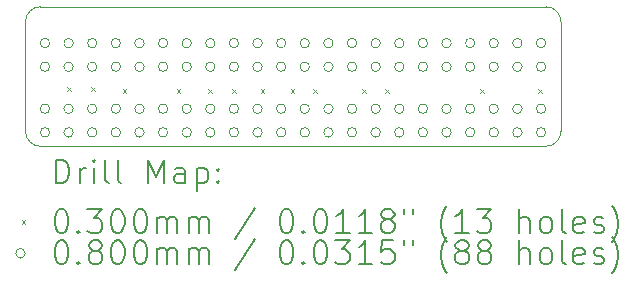
<source format=gbr>
%TF.GenerationSoftware,KiCad,Pcbnew,9.0.0*%
%TF.CreationDate,2025-06-08T16:33:55+02:00*%
%TF.ProjectId,ideswap,69646573-7761-4702-9e6b-696361645f70,A0*%
%TF.SameCoordinates,Original*%
%TF.FileFunction,Drillmap*%
%TF.FilePolarity,Positive*%
%FSLAX45Y45*%
G04 Gerber Fmt 4.5, Leading zero omitted, Abs format (unit mm)*
G04 Created by KiCad (PCBNEW 9.0.0) date 2025-06-08 16:33:55*
%MOMM*%
%LPD*%
G01*
G04 APERTURE LIST*
%ADD10C,0.050000*%
%ADD11C,0.200000*%
%ADD12C,0.100000*%
G04 APERTURE END LIST*
D10*
X7073900Y-4864100D02*
X7073900Y-3937000D01*
X7200900Y-3810000D02*
X11480800Y-3810000D01*
X7200900Y-4991100D02*
G75*
G02*
X7073900Y-4864100I0J127000D01*
G01*
X11480800Y-4991100D02*
X7200900Y-4991100D01*
X11607800Y-3937000D02*
X11607800Y-4864100D01*
X11607800Y-4864100D02*
G75*
G02*
X11480800Y-4991100I-127000J0D01*
G01*
X7073900Y-3937000D02*
G75*
G02*
X7200900Y-3810000I127000J0D01*
G01*
X11480800Y-3810000D02*
G75*
G02*
X11607800Y-3937000I0J-127000D01*
G01*
D11*
D12*
X7427200Y-4493500D02*
X7457200Y-4523500D01*
X7457200Y-4493500D02*
X7427200Y-4523500D01*
X7630400Y-4493500D02*
X7660400Y-4523500D01*
X7660400Y-4493500D02*
X7630400Y-4523500D01*
X7897100Y-4506200D02*
X7927100Y-4536200D01*
X7927100Y-4506200D02*
X7897100Y-4536200D01*
X8354300Y-4506200D02*
X8384300Y-4536200D01*
X8384300Y-4506200D02*
X8354300Y-4536200D01*
X8621000Y-4506200D02*
X8651000Y-4536200D01*
X8651000Y-4506200D02*
X8621000Y-4536200D01*
X8824200Y-4506200D02*
X8854200Y-4536200D01*
X8854200Y-4506200D02*
X8824200Y-4536200D01*
X9065500Y-4506200D02*
X9095500Y-4536200D01*
X9095500Y-4506200D02*
X9065500Y-4536200D01*
X9319500Y-4506200D02*
X9349500Y-4536200D01*
X9349500Y-4506200D02*
X9319500Y-4536200D01*
X9510000Y-4506200D02*
X9540000Y-4536200D01*
X9540000Y-4506200D02*
X9510000Y-4536200D01*
X9924020Y-4506200D02*
X9954020Y-4536200D01*
X9954020Y-4506200D02*
X9924020Y-4536200D01*
X10119600Y-4506200D02*
X10149600Y-4536200D01*
X10149600Y-4506200D02*
X10119600Y-4536200D01*
X10922240Y-4506200D02*
X10952240Y-4536200D01*
X10952240Y-4506200D02*
X10922240Y-4536200D01*
X11415000Y-4506200D02*
X11445000Y-4536200D01*
X11445000Y-4506200D02*
X11415000Y-4536200D01*
X7279000Y-4118000D02*
G75*
G02*
X7199000Y-4118000I-40000J0D01*
G01*
X7199000Y-4118000D02*
G75*
G02*
X7279000Y-4118000I40000J0D01*
G01*
X7279000Y-4318000D02*
G75*
G02*
X7199000Y-4318000I-40000J0D01*
G01*
X7199000Y-4318000D02*
G75*
G02*
X7279000Y-4318000I40000J0D01*
G01*
X7279000Y-4673600D02*
G75*
G02*
X7199000Y-4673600I-40000J0D01*
G01*
X7199000Y-4673600D02*
G75*
G02*
X7279000Y-4673600I40000J0D01*
G01*
X7279000Y-4873600D02*
G75*
G02*
X7199000Y-4873600I-40000J0D01*
G01*
X7199000Y-4873600D02*
G75*
G02*
X7279000Y-4873600I40000J0D01*
G01*
X7479000Y-4118000D02*
G75*
G02*
X7399000Y-4118000I-40000J0D01*
G01*
X7399000Y-4118000D02*
G75*
G02*
X7479000Y-4118000I40000J0D01*
G01*
X7479000Y-4318000D02*
G75*
G02*
X7399000Y-4318000I-40000J0D01*
G01*
X7399000Y-4318000D02*
G75*
G02*
X7479000Y-4318000I40000J0D01*
G01*
X7479000Y-4673600D02*
G75*
G02*
X7399000Y-4673600I-40000J0D01*
G01*
X7399000Y-4673600D02*
G75*
G02*
X7479000Y-4673600I40000J0D01*
G01*
X7479000Y-4873600D02*
G75*
G02*
X7399000Y-4873600I-40000J0D01*
G01*
X7399000Y-4873600D02*
G75*
G02*
X7479000Y-4873600I40000J0D01*
G01*
X7679000Y-4118000D02*
G75*
G02*
X7599000Y-4118000I-40000J0D01*
G01*
X7599000Y-4118000D02*
G75*
G02*
X7679000Y-4118000I40000J0D01*
G01*
X7679000Y-4318000D02*
G75*
G02*
X7599000Y-4318000I-40000J0D01*
G01*
X7599000Y-4318000D02*
G75*
G02*
X7679000Y-4318000I40000J0D01*
G01*
X7679000Y-4673600D02*
G75*
G02*
X7599000Y-4673600I-40000J0D01*
G01*
X7599000Y-4673600D02*
G75*
G02*
X7679000Y-4673600I40000J0D01*
G01*
X7679000Y-4873600D02*
G75*
G02*
X7599000Y-4873600I-40000J0D01*
G01*
X7599000Y-4873600D02*
G75*
G02*
X7679000Y-4873600I40000J0D01*
G01*
X7879000Y-4118000D02*
G75*
G02*
X7799000Y-4118000I-40000J0D01*
G01*
X7799000Y-4118000D02*
G75*
G02*
X7879000Y-4118000I40000J0D01*
G01*
X7879000Y-4318000D02*
G75*
G02*
X7799000Y-4318000I-40000J0D01*
G01*
X7799000Y-4318000D02*
G75*
G02*
X7879000Y-4318000I40000J0D01*
G01*
X7879000Y-4673600D02*
G75*
G02*
X7799000Y-4673600I-40000J0D01*
G01*
X7799000Y-4673600D02*
G75*
G02*
X7879000Y-4673600I40000J0D01*
G01*
X7879000Y-4873600D02*
G75*
G02*
X7799000Y-4873600I-40000J0D01*
G01*
X7799000Y-4873600D02*
G75*
G02*
X7879000Y-4873600I40000J0D01*
G01*
X8079000Y-4118000D02*
G75*
G02*
X7999000Y-4118000I-40000J0D01*
G01*
X7999000Y-4118000D02*
G75*
G02*
X8079000Y-4118000I40000J0D01*
G01*
X8079000Y-4318000D02*
G75*
G02*
X7999000Y-4318000I-40000J0D01*
G01*
X7999000Y-4318000D02*
G75*
G02*
X8079000Y-4318000I40000J0D01*
G01*
X8079000Y-4673600D02*
G75*
G02*
X7999000Y-4673600I-40000J0D01*
G01*
X7999000Y-4673600D02*
G75*
G02*
X8079000Y-4673600I40000J0D01*
G01*
X8079000Y-4873600D02*
G75*
G02*
X7999000Y-4873600I-40000J0D01*
G01*
X7999000Y-4873600D02*
G75*
G02*
X8079000Y-4873600I40000J0D01*
G01*
X8279000Y-4118000D02*
G75*
G02*
X8199000Y-4118000I-40000J0D01*
G01*
X8199000Y-4118000D02*
G75*
G02*
X8279000Y-4118000I40000J0D01*
G01*
X8279000Y-4318000D02*
G75*
G02*
X8199000Y-4318000I-40000J0D01*
G01*
X8199000Y-4318000D02*
G75*
G02*
X8279000Y-4318000I40000J0D01*
G01*
X8279000Y-4673600D02*
G75*
G02*
X8199000Y-4673600I-40000J0D01*
G01*
X8199000Y-4673600D02*
G75*
G02*
X8279000Y-4673600I40000J0D01*
G01*
X8279000Y-4873600D02*
G75*
G02*
X8199000Y-4873600I-40000J0D01*
G01*
X8199000Y-4873600D02*
G75*
G02*
X8279000Y-4873600I40000J0D01*
G01*
X8479000Y-4118000D02*
G75*
G02*
X8399000Y-4118000I-40000J0D01*
G01*
X8399000Y-4118000D02*
G75*
G02*
X8479000Y-4118000I40000J0D01*
G01*
X8479000Y-4318000D02*
G75*
G02*
X8399000Y-4318000I-40000J0D01*
G01*
X8399000Y-4318000D02*
G75*
G02*
X8479000Y-4318000I40000J0D01*
G01*
X8479000Y-4673600D02*
G75*
G02*
X8399000Y-4673600I-40000J0D01*
G01*
X8399000Y-4673600D02*
G75*
G02*
X8479000Y-4673600I40000J0D01*
G01*
X8479000Y-4873600D02*
G75*
G02*
X8399000Y-4873600I-40000J0D01*
G01*
X8399000Y-4873600D02*
G75*
G02*
X8479000Y-4873600I40000J0D01*
G01*
X8679000Y-4118000D02*
G75*
G02*
X8599000Y-4118000I-40000J0D01*
G01*
X8599000Y-4118000D02*
G75*
G02*
X8679000Y-4118000I40000J0D01*
G01*
X8679000Y-4318000D02*
G75*
G02*
X8599000Y-4318000I-40000J0D01*
G01*
X8599000Y-4318000D02*
G75*
G02*
X8679000Y-4318000I40000J0D01*
G01*
X8679000Y-4673600D02*
G75*
G02*
X8599000Y-4673600I-40000J0D01*
G01*
X8599000Y-4673600D02*
G75*
G02*
X8679000Y-4673600I40000J0D01*
G01*
X8679000Y-4873600D02*
G75*
G02*
X8599000Y-4873600I-40000J0D01*
G01*
X8599000Y-4873600D02*
G75*
G02*
X8679000Y-4873600I40000J0D01*
G01*
X8879000Y-4118000D02*
G75*
G02*
X8799000Y-4118000I-40000J0D01*
G01*
X8799000Y-4118000D02*
G75*
G02*
X8879000Y-4118000I40000J0D01*
G01*
X8879000Y-4318000D02*
G75*
G02*
X8799000Y-4318000I-40000J0D01*
G01*
X8799000Y-4318000D02*
G75*
G02*
X8879000Y-4318000I40000J0D01*
G01*
X8879000Y-4673600D02*
G75*
G02*
X8799000Y-4673600I-40000J0D01*
G01*
X8799000Y-4673600D02*
G75*
G02*
X8879000Y-4673600I40000J0D01*
G01*
X8879000Y-4873600D02*
G75*
G02*
X8799000Y-4873600I-40000J0D01*
G01*
X8799000Y-4873600D02*
G75*
G02*
X8879000Y-4873600I40000J0D01*
G01*
X9079000Y-4118000D02*
G75*
G02*
X8999000Y-4118000I-40000J0D01*
G01*
X8999000Y-4118000D02*
G75*
G02*
X9079000Y-4118000I40000J0D01*
G01*
X9079000Y-4318000D02*
G75*
G02*
X8999000Y-4318000I-40000J0D01*
G01*
X8999000Y-4318000D02*
G75*
G02*
X9079000Y-4318000I40000J0D01*
G01*
X9079000Y-4673600D02*
G75*
G02*
X8999000Y-4673600I-40000J0D01*
G01*
X8999000Y-4673600D02*
G75*
G02*
X9079000Y-4673600I40000J0D01*
G01*
X9079000Y-4873600D02*
G75*
G02*
X8999000Y-4873600I-40000J0D01*
G01*
X8999000Y-4873600D02*
G75*
G02*
X9079000Y-4873600I40000J0D01*
G01*
X9279000Y-4118000D02*
G75*
G02*
X9199000Y-4118000I-40000J0D01*
G01*
X9199000Y-4118000D02*
G75*
G02*
X9279000Y-4118000I40000J0D01*
G01*
X9279000Y-4318000D02*
G75*
G02*
X9199000Y-4318000I-40000J0D01*
G01*
X9199000Y-4318000D02*
G75*
G02*
X9279000Y-4318000I40000J0D01*
G01*
X9279000Y-4673600D02*
G75*
G02*
X9199000Y-4673600I-40000J0D01*
G01*
X9199000Y-4673600D02*
G75*
G02*
X9279000Y-4673600I40000J0D01*
G01*
X9279000Y-4873600D02*
G75*
G02*
X9199000Y-4873600I-40000J0D01*
G01*
X9199000Y-4873600D02*
G75*
G02*
X9279000Y-4873600I40000J0D01*
G01*
X9479000Y-4118000D02*
G75*
G02*
X9399000Y-4118000I-40000J0D01*
G01*
X9399000Y-4118000D02*
G75*
G02*
X9479000Y-4118000I40000J0D01*
G01*
X9479000Y-4318000D02*
G75*
G02*
X9399000Y-4318000I-40000J0D01*
G01*
X9399000Y-4318000D02*
G75*
G02*
X9479000Y-4318000I40000J0D01*
G01*
X9479000Y-4673600D02*
G75*
G02*
X9399000Y-4673600I-40000J0D01*
G01*
X9399000Y-4673600D02*
G75*
G02*
X9479000Y-4673600I40000J0D01*
G01*
X9479000Y-4873600D02*
G75*
G02*
X9399000Y-4873600I-40000J0D01*
G01*
X9399000Y-4873600D02*
G75*
G02*
X9479000Y-4873600I40000J0D01*
G01*
X9679000Y-4118000D02*
G75*
G02*
X9599000Y-4118000I-40000J0D01*
G01*
X9599000Y-4118000D02*
G75*
G02*
X9679000Y-4118000I40000J0D01*
G01*
X9679000Y-4318000D02*
G75*
G02*
X9599000Y-4318000I-40000J0D01*
G01*
X9599000Y-4318000D02*
G75*
G02*
X9679000Y-4318000I40000J0D01*
G01*
X9679000Y-4673600D02*
G75*
G02*
X9599000Y-4673600I-40000J0D01*
G01*
X9599000Y-4673600D02*
G75*
G02*
X9679000Y-4673600I40000J0D01*
G01*
X9679000Y-4873600D02*
G75*
G02*
X9599000Y-4873600I-40000J0D01*
G01*
X9599000Y-4873600D02*
G75*
G02*
X9679000Y-4873600I40000J0D01*
G01*
X9879000Y-4118000D02*
G75*
G02*
X9799000Y-4118000I-40000J0D01*
G01*
X9799000Y-4118000D02*
G75*
G02*
X9879000Y-4118000I40000J0D01*
G01*
X9879000Y-4318000D02*
G75*
G02*
X9799000Y-4318000I-40000J0D01*
G01*
X9799000Y-4318000D02*
G75*
G02*
X9879000Y-4318000I40000J0D01*
G01*
X9879000Y-4673600D02*
G75*
G02*
X9799000Y-4673600I-40000J0D01*
G01*
X9799000Y-4673600D02*
G75*
G02*
X9879000Y-4673600I40000J0D01*
G01*
X9879000Y-4873600D02*
G75*
G02*
X9799000Y-4873600I-40000J0D01*
G01*
X9799000Y-4873600D02*
G75*
G02*
X9879000Y-4873600I40000J0D01*
G01*
X10079000Y-4118000D02*
G75*
G02*
X9999000Y-4118000I-40000J0D01*
G01*
X9999000Y-4118000D02*
G75*
G02*
X10079000Y-4118000I40000J0D01*
G01*
X10079000Y-4318000D02*
G75*
G02*
X9999000Y-4318000I-40000J0D01*
G01*
X9999000Y-4318000D02*
G75*
G02*
X10079000Y-4318000I40000J0D01*
G01*
X10079000Y-4673600D02*
G75*
G02*
X9999000Y-4673600I-40000J0D01*
G01*
X9999000Y-4673600D02*
G75*
G02*
X10079000Y-4673600I40000J0D01*
G01*
X10079000Y-4873600D02*
G75*
G02*
X9999000Y-4873600I-40000J0D01*
G01*
X9999000Y-4873600D02*
G75*
G02*
X10079000Y-4873600I40000J0D01*
G01*
X10279000Y-4118000D02*
G75*
G02*
X10199000Y-4118000I-40000J0D01*
G01*
X10199000Y-4118000D02*
G75*
G02*
X10279000Y-4118000I40000J0D01*
G01*
X10279000Y-4318000D02*
G75*
G02*
X10199000Y-4318000I-40000J0D01*
G01*
X10199000Y-4318000D02*
G75*
G02*
X10279000Y-4318000I40000J0D01*
G01*
X10279000Y-4673600D02*
G75*
G02*
X10199000Y-4673600I-40000J0D01*
G01*
X10199000Y-4673600D02*
G75*
G02*
X10279000Y-4673600I40000J0D01*
G01*
X10279000Y-4873600D02*
G75*
G02*
X10199000Y-4873600I-40000J0D01*
G01*
X10199000Y-4873600D02*
G75*
G02*
X10279000Y-4873600I40000J0D01*
G01*
X10479000Y-4118000D02*
G75*
G02*
X10399000Y-4118000I-40000J0D01*
G01*
X10399000Y-4118000D02*
G75*
G02*
X10479000Y-4118000I40000J0D01*
G01*
X10479000Y-4318000D02*
G75*
G02*
X10399000Y-4318000I-40000J0D01*
G01*
X10399000Y-4318000D02*
G75*
G02*
X10479000Y-4318000I40000J0D01*
G01*
X10479000Y-4673600D02*
G75*
G02*
X10399000Y-4673600I-40000J0D01*
G01*
X10399000Y-4673600D02*
G75*
G02*
X10479000Y-4673600I40000J0D01*
G01*
X10479000Y-4873600D02*
G75*
G02*
X10399000Y-4873600I-40000J0D01*
G01*
X10399000Y-4873600D02*
G75*
G02*
X10479000Y-4873600I40000J0D01*
G01*
X10679000Y-4118000D02*
G75*
G02*
X10599000Y-4118000I-40000J0D01*
G01*
X10599000Y-4118000D02*
G75*
G02*
X10679000Y-4118000I40000J0D01*
G01*
X10679000Y-4318000D02*
G75*
G02*
X10599000Y-4318000I-40000J0D01*
G01*
X10599000Y-4318000D02*
G75*
G02*
X10679000Y-4318000I40000J0D01*
G01*
X10679000Y-4673600D02*
G75*
G02*
X10599000Y-4673600I-40000J0D01*
G01*
X10599000Y-4673600D02*
G75*
G02*
X10679000Y-4673600I40000J0D01*
G01*
X10679000Y-4873600D02*
G75*
G02*
X10599000Y-4873600I-40000J0D01*
G01*
X10599000Y-4873600D02*
G75*
G02*
X10679000Y-4873600I40000J0D01*
G01*
X10879000Y-4118000D02*
G75*
G02*
X10799000Y-4118000I-40000J0D01*
G01*
X10799000Y-4118000D02*
G75*
G02*
X10879000Y-4118000I40000J0D01*
G01*
X10879000Y-4318000D02*
G75*
G02*
X10799000Y-4318000I-40000J0D01*
G01*
X10799000Y-4318000D02*
G75*
G02*
X10879000Y-4318000I40000J0D01*
G01*
X10879000Y-4673600D02*
G75*
G02*
X10799000Y-4673600I-40000J0D01*
G01*
X10799000Y-4673600D02*
G75*
G02*
X10879000Y-4673600I40000J0D01*
G01*
X10879000Y-4873600D02*
G75*
G02*
X10799000Y-4873600I-40000J0D01*
G01*
X10799000Y-4873600D02*
G75*
G02*
X10879000Y-4873600I40000J0D01*
G01*
X11079000Y-4118000D02*
G75*
G02*
X10999000Y-4118000I-40000J0D01*
G01*
X10999000Y-4118000D02*
G75*
G02*
X11079000Y-4118000I40000J0D01*
G01*
X11079000Y-4318000D02*
G75*
G02*
X10999000Y-4318000I-40000J0D01*
G01*
X10999000Y-4318000D02*
G75*
G02*
X11079000Y-4318000I40000J0D01*
G01*
X11079000Y-4673600D02*
G75*
G02*
X10999000Y-4673600I-40000J0D01*
G01*
X10999000Y-4673600D02*
G75*
G02*
X11079000Y-4673600I40000J0D01*
G01*
X11079000Y-4873600D02*
G75*
G02*
X10999000Y-4873600I-40000J0D01*
G01*
X10999000Y-4873600D02*
G75*
G02*
X11079000Y-4873600I40000J0D01*
G01*
X11279000Y-4118000D02*
G75*
G02*
X11199000Y-4118000I-40000J0D01*
G01*
X11199000Y-4118000D02*
G75*
G02*
X11279000Y-4118000I40000J0D01*
G01*
X11279000Y-4318000D02*
G75*
G02*
X11199000Y-4318000I-40000J0D01*
G01*
X11199000Y-4318000D02*
G75*
G02*
X11279000Y-4318000I40000J0D01*
G01*
X11279000Y-4673600D02*
G75*
G02*
X11199000Y-4673600I-40000J0D01*
G01*
X11199000Y-4673600D02*
G75*
G02*
X11279000Y-4673600I40000J0D01*
G01*
X11279000Y-4873600D02*
G75*
G02*
X11199000Y-4873600I-40000J0D01*
G01*
X11199000Y-4873600D02*
G75*
G02*
X11279000Y-4873600I40000J0D01*
G01*
X11479000Y-4118000D02*
G75*
G02*
X11399000Y-4118000I-40000J0D01*
G01*
X11399000Y-4118000D02*
G75*
G02*
X11479000Y-4118000I40000J0D01*
G01*
X11479000Y-4318000D02*
G75*
G02*
X11399000Y-4318000I-40000J0D01*
G01*
X11399000Y-4318000D02*
G75*
G02*
X11479000Y-4318000I40000J0D01*
G01*
X11479000Y-4673600D02*
G75*
G02*
X11399000Y-4673600I-40000J0D01*
G01*
X11399000Y-4673600D02*
G75*
G02*
X11479000Y-4673600I40000J0D01*
G01*
X11479000Y-4873600D02*
G75*
G02*
X11399000Y-4873600I-40000J0D01*
G01*
X11399000Y-4873600D02*
G75*
G02*
X11479000Y-4873600I40000J0D01*
G01*
D11*
X7332177Y-5305084D02*
X7332177Y-5105084D01*
X7332177Y-5105084D02*
X7379796Y-5105084D01*
X7379796Y-5105084D02*
X7408367Y-5114608D01*
X7408367Y-5114608D02*
X7427415Y-5133655D01*
X7427415Y-5133655D02*
X7436939Y-5152703D01*
X7436939Y-5152703D02*
X7446462Y-5190798D01*
X7446462Y-5190798D02*
X7446462Y-5219370D01*
X7446462Y-5219370D02*
X7436939Y-5257465D01*
X7436939Y-5257465D02*
X7427415Y-5276512D01*
X7427415Y-5276512D02*
X7408367Y-5295560D01*
X7408367Y-5295560D02*
X7379796Y-5305084D01*
X7379796Y-5305084D02*
X7332177Y-5305084D01*
X7532177Y-5305084D02*
X7532177Y-5171750D01*
X7532177Y-5209846D02*
X7541701Y-5190798D01*
X7541701Y-5190798D02*
X7551224Y-5181274D01*
X7551224Y-5181274D02*
X7570272Y-5171750D01*
X7570272Y-5171750D02*
X7589320Y-5171750D01*
X7655986Y-5305084D02*
X7655986Y-5171750D01*
X7655986Y-5105084D02*
X7646462Y-5114608D01*
X7646462Y-5114608D02*
X7655986Y-5124131D01*
X7655986Y-5124131D02*
X7665510Y-5114608D01*
X7665510Y-5114608D02*
X7655986Y-5105084D01*
X7655986Y-5105084D02*
X7655986Y-5124131D01*
X7779796Y-5305084D02*
X7760748Y-5295560D01*
X7760748Y-5295560D02*
X7751224Y-5276512D01*
X7751224Y-5276512D02*
X7751224Y-5105084D01*
X7884558Y-5305084D02*
X7865510Y-5295560D01*
X7865510Y-5295560D02*
X7855986Y-5276512D01*
X7855986Y-5276512D02*
X7855986Y-5105084D01*
X8113129Y-5305084D02*
X8113129Y-5105084D01*
X8113129Y-5105084D02*
X8179796Y-5247941D01*
X8179796Y-5247941D02*
X8246462Y-5105084D01*
X8246462Y-5105084D02*
X8246462Y-5305084D01*
X8427415Y-5305084D02*
X8427415Y-5200322D01*
X8427415Y-5200322D02*
X8417891Y-5181274D01*
X8417891Y-5181274D02*
X8398844Y-5171750D01*
X8398844Y-5171750D02*
X8360748Y-5171750D01*
X8360748Y-5171750D02*
X8341701Y-5181274D01*
X8427415Y-5295560D02*
X8408367Y-5305084D01*
X8408367Y-5305084D02*
X8360748Y-5305084D01*
X8360748Y-5305084D02*
X8341701Y-5295560D01*
X8341701Y-5295560D02*
X8332177Y-5276512D01*
X8332177Y-5276512D02*
X8332177Y-5257465D01*
X8332177Y-5257465D02*
X8341701Y-5238417D01*
X8341701Y-5238417D02*
X8360748Y-5228893D01*
X8360748Y-5228893D02*
X8408367Y-5228893D01*
X8408367Y-5228893D02*
X8427415Y-5219370D01*
X8522653Y-5171750D02*
X8522653Y-5371750D01*
X8522653Y-5181274D02*
X8541701Y-5171750D01*
X8541701Y-5171750D02*
X8579796Y-5171750D01*
X8579796Y-5171750D02*
X8598844Y-5181274D01*
X8598844Y-5181274D02*
X8608367Y-5190798D01*
X8608367Y-5190798D02*
X8617891Y-5209846D01*
X8617891Y-5209846D02*
X8617891Y-5266989D01*
X8617891Y-5266989D02*
X8608367Y-5286036D01*
X8608367Y-5286036D02*
X8598844Y-5295560D01*
X8598844Y-5295560D02*
X8579796Y-5305084D01*
X8579796Y-5305084D02*
X8541701Y-5305084D01*
X8541701Y-5305084D02*
X8522653Y-5295560D01*
X8703605Y-5286036D02*
X8713129Y-5295560D01*
X8713129Y-5295560D02*
X8703605Y-5305084D01*
X8703605Y-5305084D02*
X8694082Y-5295560D01*
X8694082Y-5295560D02*
X8703605Y-5286036D01*
X8703605Y-5286036D02*
X8703605Y-5305084D01*
X8703605Y-5181274D02*
X8713129Y-5190798D01*
X8713129Y-5190798D02*
X8703605Y-5200322D01*
X8703605Y-5200322D02*
X8694082Y-5190798D01*
X8694082Y-5190798D02*
X8703605Y-5181274D01*
X8703605Y-5181274D02*
X8703605Y-5200322D01*
D12*
X7041400Y-5618600D02*
X7071400Y-5648600D01*
X7071400Y-5618600D02*
X7041400Y-5648600D01*
D11*
X7370272Y-5525084D02*
X7389320Y-5525084D01*
X7389320Y-5525084D02*
X7408367Y-5534608D01*
X7408367Y-5534608D02*
X7417891Y-5544131D01*
X7417891Y-5544131D02*
X7427415Y-5563179D01*
X7427415Y-5563179D02*
X7436939Y-5601274D01*
X7436939Y-5601274D02*
X7436939Y-5648893D01*
X7436939Y-5648893D02*
X7427415Y-5686988D01*
X7427415Y-5686988D02*
X7417891Y-5706036D01*
X7417891Y-5706036D02*
X7408367Y-5715560D01*
X7408367Y-5715560D02*
X7389320Y-5725084D01*
X7389320Y-5725084D02*
X7370272Y-5725084D01*
X7370272Y-5725084D02*
X7351224Y-5715560D01*
X7351224Y-5715560D02*
X7341701Y-5706036D01*
X7341701Y-5706036D02*
X7332177Y-5686988D01*
X7332177Y-5686988D02*
X7322653Y-5648893D01*
X7322653Y-5648893D02*
X7322653Y-5601274D01*
X7322653Y-5601274D02*
X7332177Y-5563179D01*
X7332177Y-5563179D02*
X7341701Y-5544131D01*
X7341701Y-5544131D02*
X7351224Y-5534608D01*
X7351224Y-5534608D02*
X7370272Y-5525084D01*
X7522653Y-5706036D02*
X7532177Y-5715560D01*
X7532177Y-5715560D02*
X7522653Y-5725084D01*
X7522653Y-5725084D02*
X7513129Y-5715560D01*
X7513129Y-5715560D02*
X7522653Y-5706036D01*
X7522653Y-5706036D02*
X7522653Y-5725084D01*
X7598843Y-5525084D02*
X7722653Y-5525084D01*
X7722653Y-5525084D02*
X7655986Y-5601274D01*
X7655986Y-5601274D02*
X7684558Y-5601274D01*
X7684558Y-5601274D02*
X7703605Y-5610798D01*
X7703605Y-5610798D02*
X7713129Y-5620322D01*
X7713129Y-5620322D02*
X7722653Y-5639369D01*
X7722653Y-5639369D02*
X7722653Y-5686988D01*
X7722653Y-5686988D02*
X7713129Y-5706036D01*
X7713129Y-5706036D02*
X7703605Y-5715560D01*
X7703605Y-5715560D02*
X7684558Y-5725084D01*
X7684558Y-5725084D02*
X7627415Y-5725084D01*
X7627415Y-5725084D02*
X7608367Y-5715560D01*
X7608367Y-5715560D02*
X7598843Y-5706036D01*
X7846462Y-5525084D02*
X7865510Y-5525084D01*
X7865510Y-5525084D02*
X7884558Y-5534608D01*
X7884558Y-5534608D02*
X7894082Y-5544131D01*
X7894082Y-5544131D02*
X7903605Y-5563179D01*
X7903605Y-5563179D02*
X7913129Y-5601274D01*
X7913129Y-5601274D02*
X7913129Y-5648893D01*
X7913129Y-5648893D02*
X7903605Y-5686988D01*
X7903605Y-5686988D02*
X7894082Y-5706036D01*
X7894082Y-5706036D02*
X7884558Y-5715560D01*
X7884558Y-5715560D02*
X7865510Y-5725084D01*
X7865510Y-5725084D02*
X7846462Y-5725084D01*
X7846462Y-5725084D02*
X7827415Y-5715560D01*
X7827415Y-5715560D02*
X7817891Y-5706036D01*
X7817891Y-5706036D02*
X7808367Y-5686988D01*
X7808367Y-5686988D02*
X7798843Y-5648893D01*
X7798843Y-5648893D02*
X7798843Y-5601274D01*
X7798843Y-5601274D02*
X7808367Y-5563179D01*
X7808367Y-5563179D02*
X7817891Y-5544131D01*
X7817891Y-5544131D02*
X7827415Y-5534608D01*
X7827415Y-5534608D02*
X7846462Y-5525084D01*
X8036939Y-5525084D02*
X8055986Y-5525084D01*
X8055986Y-5525084D02*
X8075034Y-5534608D01*
X8075034Y-5534608D02*
X8084558Y-5544131D01*
X8084558Y-5544131D02*
X8094082Y-5563179D01*
X8094082Y-5563179D02*
X8103605Y-5601274D01*
X8103605Y-5601274D02*
X8103605Y-5648893D01*
X8103605Y-5648893D02*
X8094082Y-5686988D01*
X8094082Y-5686988D02*
X8084558Y-5706036D01*
X8084558Y-5706036D02*
X8075034Y-5715560D01*
X8075034Y-5715560D02*
X8055986Y-5725084D01*
X8055986Y-5725084D02*
X8036939Y-5725084D01*
X8036939Y-5725084D02*
X8017891Y-5715560D01*
X8017891Y-5715560D02*
X8008367Y-5706036D01*
X8008367Y-5706036D02*
X7998843Y-5686988D01*
X7998843Y-5686988D02*
X7989320Y-5648893D01*
X7989320Y-5648893D02*
X7989320Y-5601274D01*
X7989320Y-5601274D02*
X7998843Y-5563179D01*
X7998843Y-5563179D02*
X8008367Y-5544131D01*
X8008367Y-5544131D02*
X8017891Y-5534608D01*
X8017891Y-5534608D02*
X8036939Y-5525084D01*
X8189320Y-5725084D02*
X8189320Y-5591750D01*
X8189320Y-5610798D02*
X8198843Y-5601274D01*
X8198843Y-5601274D02*
X8217891Y-5591750D01*
X8217891Y-5591750D02*
X8246463Y-5591750D01*
X8246463Y-5591750D02*
X8265510Y-5601274D01*
X8265510Y-5601274D02*
X8275034Y-5620322D01*
X8275034Y-5620322D02*
X8275034Y-5725084D01*
X8275034Y-5620322D02*
X8284558Y-5601274D01*
X8284558Y-5601274D02*
X8303605Y-5591750D01*
X8303605Y-5591750D02*
X8332177Y-5591750D01*
X8332177Y-5591750D02*
X8351224Y-5601274D01*
X8351224Y-5601274D02*
X8360748Y-5620322D01*
X8360748Y-5620322D02*
X8360748Y-5725084D01*
X8455986Y-5725084D02*
X8455986Y-5591750D01*
X8455986Y-5610798D02*
X8465510Y-5601274D01*
X8465510Y-5601274D02*
X8484558Y-5591750D01*
X8484558Y-5591750D02*
X8513129Y-5591750D01*
X8513129Y-5591750D02*
X8532177Y-5601274D01*
X8532177Y-5601274D02*
X8541701Y-5620322D01*
X8541701Y-5620322D02*
X8541701Y-5725084D01*
X8541701Y-5620322D02*
X8551225Y-5601274D01*
X8551225Y-5601274D02*
X8570272Y-5591750D01*
X8570272Y-5591750D02*
X8598844Y-5591750D01*
X8598844Y-5591750D02*
X8617891Y-5601274D01*
X8617891Y-5601274D02*
X8627415Y-5620322D01*
X8627415Y-5620322D02*
X8627415Y-5725084D01*
X9017891Y-5515560D02*
X8846463Y-5772703D01*
X9275034Y-5525084D02*
X9294082Y-5525084D01*
X9294082Y-5525084D02*
X9313129Y-5534608D01*
X9313129Y-5534608D02*
X9322653Y-5544131D01*
X9322653Y-5544131D02*
X9332177Y-5563179D01*
X9332177Y-5563179D02*
X9341701Y-5601274D01*
X9341701Y-5601274D02*
X9341701Y-5648893D01*
X9341701Y-5648893D02*
X9332177Y-5686988D01*
X9332177Y-5686988D02*
X9322653Y-5706036D01*
X9322653Y-5706036D02*
X9313129Y-5715560D01*
X9313129Y-5715560D02*
X9294082Y-5725084D01*
X9294082Y-5725084D02*
X9275034Y-5725084D01*
X9275034Y-5725084D02*
X9255987Y-5715560D01*
X9255987Y-5715560D02*
X9246463Y-5706036D01*
X9246463Y-5706036D02*
X9236939Y-5686988D01*
X9236939Y-5686988D02*
X9227415Y-5648893D01*
X9227415Y-5648893D02*
X9227415Y-5601274D01*
X9227415Y-5601274D02*
X9236939Y-5563179D01*
X9236939Y-5563179D02*
X9246463Y-5544131D01*
X9246463Y-5544131D02*
X9255987Y-5534608D01*
X9255987Y-5534608D02*
X9275034Y-5525084D01*
X9427415Y-5706036D02*
X9436939Y-5715560D01*
X9436939Y-5715560D02*
X9427415Y-5725084D01*
X9427415Y-5725084D02*
X9417891Y-5715560D01*
X9417891Y-5715560D02*
X9427415Y-5706036D01*
X9427415Y-5706036D02*
X9427415Y-5725084D01*
X9560748Y-5525084D02*
X9579796Y-5525084D01*
X9579796Y-5525084D02*
X9598844Y-5534608D01*
X9598844Y-5534608D02*
X9608368Y-5544131D01*
X9608368Y-5544131D02*
X9617891Y-5563179D01*
X9617891Y-5563179D02*
X9627415Y-5601274D01*
X9627415Y-5601274D02*
X9627415Y-5648893D01*
X9627415Y-5648893D02*
X9617891Y-5686988D01*
X9617891Y-5686988D02*
X9608368Y-5706036D01*
X9608368Y-5706036D02*
X9598844Y-5715560D01*
X9598844Y-5715560D02*
X9579796Y-5725084D01*
X9579796Y-5725084D02*
X9560748Y-5725084D01*
X9560748Y-5725084D02*
X9541701Y-5715560D01*
X9541701Y-5715560D02*
X9532177Y-5706036D01*
X9532177Y-5706036D02*
X9522653Y-5686988D01*
X9522653Y-5686988D02*
X9513129Y-5648893D01*
X9513129Y-5648893D02*
X9513129Y-5601274D01*
X9513129Y-5601274D02*
X9522653Y-5563179D01*
X9522653Y-5563179D02*
X9532177Y-5544131D01*
X9532177Y-5544131D02*
X9541701Y-5534608D01*
X9541701Y-5534608D02*
X9560748Y-5525084D01*
X9817891Y-5725084D02*
X9703606Y-5725084D01*
X9760748Y-5725084D02*
X9760748Y-5525084D01*
X9760748Y-5525084D02*
X9741701Y-5553655D01*
X9741701Y-5553655D02*
X9722653Y-5572703D01*
X9722653Y-5572703D02*
X9703606Y-5582227D01*
X10008368Y-5725084D02*
X9894082Y-5725084D01*
X9951225Y-5725084D02*
X9951225Y-5525084D01*
X9951225Y-5525084D02*
X9932177Y-5553655D01*
X9932177Y-5553655D02*
X9913129Y-5572703D01*
X9913129Y-5572703D02*
X9894082Y-5582227D01*
X10122653Y-5610798D02*
X10103606Y-5601274D01*
X10103606Y-5601274D02*
X10094082Y-5591750D01*
X10094082Y-5591750D02*
X10084558Y-5572703D01*
X10084558Y-5572703D02*
X10084558Y-5563179D01*
X10084558Y-5563179D02*
X10094082Y-5544131D01*
X10094082Y-5544131D02*
X10103606Y-5534608D01*
X10103606Y-5534608D02*
X10122653Y-5525084D01*
X10122653Y-5525084D02*
X10160749Y-5525084D01*
X10160749Y-5525084D02*
X10179796Y-5534608D01*
X10179796Y-5534608D02*
X10189320Y-5544131D01*
X10189320Y-5544131D02*
X10198844Y-5563179D01*
X10198844Y-5563179D02*
X10198844Y-5572703D01*
X10198844Y-5572703D02*
X10189320Y-5591750D01*
X10189320Y-5591750D02*
X10179796Y-5601274D01*
X10179796Y-5601274D02*
X10160749Y-5610798D01*
X10160749Y-5610798D02*
X10122653Y-5610798D01*
X10122653Y-5610798D02*
X10103606Y-5620322D01*
X10103606Y-5620322D02*
X10094082Y-5629846D01*
X10094082Y-5629846D02*
X10084558Y-5648893D01*
X10084558Y-5648893D02*
X10084558Y-5686988D01*
X10084558Y-5686988D02*
X10094082Y-5706036D01*
X10094082Y-5706036D02*
X10103606Y-5715560D01*
X10103606Y-5715560D02*
X10122653Y-5725084D01*
X10122653Y-5725084D02*
X10160749Y-5725084D01*
X10160749Y-5725084D02*
X10179796Y-5715560D01*
X10179796Y-5715560D02*
X10189320Y-5706036D01*
X10189320Y-5706036D02*
X10198844Y-5686988D01*
X10198844Y-5686988D02*
X10198844Y-5648893D01*
X10198844Y-5648893D02*
X10189320Y-5629846D01*
X10189320Y-5629846D02*
X10179796Y-5620322D01*
X10179796Y-5620322D02*
X10160749Y-5610798D01*
X10275034Y-5525084D02*
X10275034Y-5563179D01*
X10351225Y-5525084D02*
X10351225Y-5563179D01*
X10646463Y-5801274D02*
X10636939Y-5791750D01*
X10636939Y-5791750D02*
X10617891Y-5763179D01*
X10617891Y-5763179D02*
X10608368Y-5744131D01*
X10608368Y-5744131D02*
X10598844Y-5715560D01*
X10598844Y-5715560D02*
X10589320Y-5667941D01*
X10589320Y-5667941D02*
X10589320Y-5629846D01*
X10589320Y-5629846D02*
X10598844Y-5582227D01*
X10598844Y-5582227D02*
X10608368Y-5553655D01*
X10608368Y-5553655D02*
X10617891Y-5534608D01*
X10617891Y-5534608D02*
X10636939Y-5506036D01*
X10636939Y-5506036D02*
X10646463Y-5496512D01*
X10827415Y-5725084D02*
X10713130Y-5725084D01*
X10770272Y-5725084D02*
X10770272Y-5525084D01*
X10770272Y-5525084D02*
X10751225Y-5553655D01*
X10751225Y-5553655D02*
X10732177Y-5572703D01*
X10732177Y-5572703D02*
X10713130Y-5582227D01*
X10894082Y-5525084D02*
X11017891Y-5525084D01*
X11017891Y-5525084D02*
X10951225Y-5601274D01*
X10951225Y-5601274D02*
X10979796Y-5601274D01*
X10979796Y-5601274D02*
X10998844Y-5610798D01*
X10998844Y-5610798D02*
X11008368Y-5620322D01*
X11008368Y-5620322D02*
X11017891Y-5639369D01*
X11017891Y-5639369D02*
X11017891Y-5686988D01*
X11017891Y-5686988D02*
X11008368Y-5706036D01*
X11008368Y-5706036D02*
X10998844Y-5715560D01*
X10998844Y-5715560D02*
X10979796Y-5725084D01*
X10979796Y-5725084D02*
X10922653Y-5725084D01*
X10922653Y-5725084D02*
X10903606Y-5715560D01*
X10903606Y-5715560D02*
X10894082Y-5706036D01*
X11255987Y-5725084D02*
X11255987Y-5525084D01*
X11341701Y-5725084D02*
X11341701Y-5620322D01*
X11341701Y-5620322D02*
X11332177Y-5601274D01*
X11332177Y-5601274D02*
X11313130Y-5591750D01*
X11313130Y-5591750D02*
X11284558Y-5591750D01*
X11284558Y-5591750D02*
X11265510Y-5601274D01*
X11265510Y-5601274D02*
X11255987Y-5610798D01*
X11465510Y-5725084D02*
X11446463Y-5715560D01*
X11446463Y-5715560D02*
X11436939Y-5706036D01*
X11436939Y-5706036D02*
X11427415Y-5686988D01*
X11427415Y-5686988D02*
X11427415Y-5629846D01*
X11427415Y-5629846D02*
X11436939Y-5610798D01*
X11436939Y-5610798D02*
X11446463Y-5601274D01*
X11446463Y-5601274D02*
X11465510Y-5591750D01*
X11465510Y-5591750D02*
X11494082Y-5591750D01*
X11494082Y-5591750D02*
X11513130Y-5601274D01*
X11513130Y-5601274D02*
X11522653Y-5610798D01*
X11522653Y-5610798D02*
X11532177Y-5629846D01*
X11532177Y-5629846D02*
X11532177Y-5686988D01*
X11532177Y-5686988D02*
X11522653Y-5706036D01*
X11522653Y-5706036D02*
X11513130Y-5715560D01*
X11513130Y-5715560D02*
X11494082Y-5725084D01*
X11494082Y-5725084D02*
X11465510Y-5725084D01*
X11646463Y-5725084D02*
X11627415Y-5715560D01*
X11627415Y-5715560D02*
X11617891Y-5696512D01*
X11617891Y-5696512D02*
X11617891Y-5525084D01*
X11798844Y-5715560D02*
X11779796Y-5725084D01*
X11779796Y-5725084D02*
X11741701Y-5725084D01*
X11741701Y-5725084D02*
X11722653Y-5715560D01*
X11722653Y-5715560D02*
X11713130Y-5696512D01*
X11713130Y-5696512D02*
X11713130Y-5620322D01*
X11713130Y-5620322D02*
X11722653Y-5601274D01*
X11722653Y-5601274D02*
X11741701Y-5591750D01*
X11741701Y-5591750D02*
X11779796Y-5591750D01*
X11779796Y-5591750D02*
X11798844Y-5601274D01*
X11798844Y-5601274D02*
X11808368Y-5620322D01*
X11808368Y-5620322D02*
X11808368Y-5639369D01*
X11808368Y-5639369D02*
X11713130Y-5658417D01*
X11884558Y-5715560D02*
X11903606Y-5725084D01*
X11903606Y-5725084D02*
X11941701Y-5725084D01*
X11941701Y-5725084D02*
X11960749Y-5715560D01*
X11960749Y-5715560D02*
X11970272Y-5696512D01*
X11970272Y-5696512D02*
X11970272Y-5686988D01*
X11970272Y-5686988D02*
X11960749Y-5667941D01*
X11960749Y-5667941D02*
X11941701Y-5658417D01*
X11941701Y-5658417D02*
X11913130Y-5658417D01*
X11913130Y-5658417D02*
X11894082Y-5648893D01*
X11894082Y-5648893D02*
X11884558Y-5629846D01*
X11884558Y-5629846D02*
X11884558Y-5620322D01*
X11884558Y-5620322D02*
X11894082Y-5601274D01*
X11894082Y-5601274D02*
X11913130Y-5591750D01*
X11913130Y-5591750D02*
X11941701Y-5591750D01*
X11941701Y-5591750D02*
X11960749Y-5601274D01*
X12036939Y-5801274D02*
X12046463Y-5791750D01*
X12046463Y-5791750D02*
X12065511Y-5763179D01*
X12065511Y-5763179D02*
X12075034Y-5744131D01*
X12075034Y-5744131D02*
X12084558Y-5715560D01*
X12084558Y-5715560D02*
X12094082Y-5667941D01*
X12094082Y-5667941D02*
X12094082Y-5629846D01*
X12094082Y-5629846D02*
X12084558Y-5582227D01*
X12084558Y-5582227D02*
X12075034Y-5553655D01*
X12075034Y-5553655D02*
X12065511Y-5534608D01*
X12065511Y-5534608D02*
X12046463Y-5506036D01*
X12046463Y-5506036D02*
X12036939Y-5496512D01*
D12*
X7071400Y-5897600D02*
G75*
G02*
X6991400Y-5897600I-40000J0D01*
G01*
X6991400Y-5897600D02*
G75*
G02*
X7071400Y-5897600I40000J0D01*
G01*
D11*
X7370272Y-5789084D02*
X7389320Y-5789084D01*
X7389320Y-5789084D02*
X7408367Y-5798608D01*
X7408367Y-5798608D02*
X7417891Y-5808131D01*
X7417891Y-5808131D02*
X7427415Y-5827179D01*
X7427415Y-5827179D02*
X7436939Y-5865274D01*
X7436939Y-5865274D02*
X7436939Y-5912893D01*
X7436939Y-5912893D02*
X7427415Y-5950988D01*
X7427415Y-5950988D02*
X7417891Y-5970036D01*
X7417891Y-5970036D02*
X7408367Y-5979560D01*
X7408367Y-5979560D02*
X7389320Y-5989084D01*
X7389320Y-5989084D02*
X7370272Y-5989084D01*
X7370272Y-5989084D02*
X7351224Y-5979560D01*
X7351224Y-5979560D02*
X7341701Y-5970036D01*
X7341701Y-5970036D02*
X7332177Y-5950988D01*
X7332177Y-5950988D02*
X7322653Y-5912893D01*
X7322653Y-5912893D02*
X7322653Y-5865274D01*
X7322653Y-5865274D02*
X7332177Y-5827179D01*
X7332177Y-5827179D02*
X7341701Y-5808131D01*
X7341701Y-5808131D02*
X7351224Y-5798608D01*
X7351224Y-5798608D02*
X7370272Y-5789084D01*
X7522653Y-5970036D02*
X7532177Y-5979560D01*
X7532177Y-5979560D02*
X7522653Y-5989084D01*
X7522653Y-5989084D02*
X7513129Y-5979560D01*
X7513129Y-5979560D02*
X7522653Y-5970036D01*
X7522653Y-5970036D02*
X7522653Y-5989084D01*
X7646462Y-5874798D02*
X7627415Y-5865274D01*
X7627415Y-5865274D02*
X7617891Y-5855750D01*
X7617891Y-5855750D02*
X7608367Y-5836703D01*
X7608367Y-5836703D02*
X7608367Y-5827179D01*
X7608367Y-5827179D02*
X7617891Y-5808131D01*
X7617891Y-5808131D02*
X7627415Y-5798608D01*
X7627415Y-5798608D02*
X7646462Y-5789084D01*
X7646462Y-5789084D02*
X7684558Y-5789084D01*
X7684558Y-5789084D02*
X7703605Y-5798608D01*
X7703605Y-5798608D02*
X7713129Y-5808131D01*
X7713129Y-5808131D02*
X7722653Y-5827179D01*
X7722653Y-5827179D02*
X7722653Y-5836703D01*
X7722653Y-5836703D02*
X7713129Y-5855750D01*
X7713129Y-5855750D02*
X7703605Y-5865274D01*
X7703605Y-5865274D02*
X7684558Y-5874798D01*
X7684558Y-5874798D02*
X7646462Y-5874798D01*
X7646462Y-5874798D02*
X7627415Y-5884322D01*
X7627415Y-5884322D02*
X7617891Y-5893846D01*
X7617891Y-5893846D02*
X7608367Y-5912893D01*
X7608367Y-5912893D02*
X7608367Y-5950988D01*
X7608367Y-5950988D02*
X7617891Y-5970036D01*
X7617891Y-5970036D02*
X7627415Y-5979560D01*
X7627415Y-5979560D02*
X7646462Y-5989084D01*
X7646462Y-5989084D02*
X7684558Y-5989084D01*
X7684558Y-5989084D02*
X7703605Y-5979560D01*
X7703605Y-5979560D02*
X7713129Y-5970036D01*
X7713129Y-5970036D02*
X7722653Y-5950988D01*
X7722653Y-5950988D02*
X7722653Y-5912893D01*
X7722653Y-5912893D02*
X7713129Y-5893846D01*
X7713129Y-5893846D02*
X7703605Y-5884322D01*
X7703605Y-5884322D02*
X7684558Y-5874798D01*
X7846462Y-5789084D02*
X7865510Y-5789084D01*
X7865510Y-5789084D02*
X7884558Y-5798608D01*
X7884558Y-5798608D02*
X7894082Y-5808131D01*
X7894082Y-5808131D02*
X7903605Y-5827179D01*
X7903605Y-5827179D02*
X7913129Y-5865274D01*
X7913129Y-5865274D02*
X7913129Y-5912893D01*
X7913129Y-5912893D02*
X7903605Y-5950988D01*
X7903605Y-5950988D02*
X7894082Y-5970036D01*
X7894082Y-5970036D02*
X7884558Y-5979560D01*
X7884558Y-5979560D02*
X7865510Y-5989084D01*
X7865510Y-5989084D02*
X7846462Y-5989084D01*
X7846462Y-5989084D02*
X7827415Y-5979560D01*
X7827415Y-5979560D02*
X7817891Y-5970036D01*
X7817891Y-5970036D02*
X7808367Y-5950988D01*
X7808367Y-5950988D02*
X7798843Y-5912893D01*
X7798843Y-5912893D02*
X7798843Y-5865274D01*
X7798843Y-5865274D02*
X7808367Y-5827179D01*
X7808367Y-5827179D02*
X7817891Y-5808131D01*
X7817891Y-5808131D02*
X7827415Y-5798608D01*
X7827415Y-5798608D02*
X7846462Y-5789084D01*
X8036939Y-5789084D02*
X8055986Y-5789084D01*
X8055986Y-5789084D02*
X8075034Y-5798608D01*
X8075034Y-5798608D02*
X8084558Y-5808131D01*
X8084558Y-5808131D02*
X8094082Y-5827179D01*
X8094082Y-5827179D02*
X8103605Y-5865274D01*
X8103605Y-5865274D02*
X8103605Y-5912893D01*
X8103605Y-5912893D02*
X8094082Y-5950988D01*
X8094082Y-5950988D02*
X8084558Y-5970036D01*
X8084558Y-5970036D02*
X8075034Y-5979560D01*
X8075034Y-5979560D02*
X8055986Y-5989084D01*
X8055986Y-5989084D02*
X8036939Y-5989084D01*
X8036939Y-5989084D02*
X8017891Y-5979560D01*
X8017891Y-5979560D02*
X8008367Y-5970036D01*
X8008367Y-5970036D02*
X7998843Y-5950988D01*
X7998843Y-5950988D02*
X7989320Y-5912893D01*
X7989320Y-5912893D02*
X7989320Y-5865274D01*
X7989320Y-5865274D02*
X7998843Y-5827179D01*
X7998843Y-5827179D02*
X8008367Y-5808131D01*
X8008367Y-5808131D02*
X8017891Y-5798608D01*
X8017891Y-5798608D02*
X8036939Y-5789084D01*
X8189320Y-5989084D02*
X8189320Y-5855750D01*
X8189320Y-5874798D02*
X8198843Y-5865274D01*
X8198843Y-5865274D02*
X8217891Y-5855750D01*
X8217891Y-5855750D02*
X8246463Y-5855750D01*
X8246463Y-5855750D02*
X8265510Y-5865274D01*
X8265510Y-5865274D02*
X8275034Y-5884322D01*
X8275034Y-5884322D02*
X8275034Y-5989084D01*
X8275034Y-5884322D02*
X8284558Y-5865274D01*
X8284558Y-5865274D02*
X8303605Y-5855750D01*
X8303605Y-5855750D02*
X8332177Y-5855750D01*
X8332177Y-5855750D02*
X8351224Y-5865274D01*
X8351224Y-5865274D02*
X8360748Y-5884322D01*
X8360748Y-5884322D02*
X8360748Y-5989084D01*
X8455986Y-5989084D02*
X8455986Y-5855750D01*
X8455986Y-5874798D02*
X8465510Y-5865274D01*
X8465510Y-5865274D02*
X8484558Y-5855750D01*
X8484558Y-5855750D02*
X8513129Y-5855750D01*
X8513129Y-5855750D02*
X8532177Y-5865274D01*
X8532177Y-5865274D02*
X8541701Y-5884322D01*
X8541701Y-5884322D02*
X8541701Y-5989084D01*
X8541701Y-5884322D02*
X8551225Y-5865274D01*
X8551225Y-5865274D02*
X8570272Y-5855750D01*
X8570272Y-5855750D02*
X8598844Y-5855750D01*
X8598844Y-5855750D02*
X8617891Y-5865274D01*
X8617891Y-5865274D02*
X8627415Y-5884322D01*
X8627415Y-5884322D02*
X8627415Y-5989084D01*
X9017891Y-5779560D02*
X8846463Y-6036703D01*
X9275034Y-5789084D02*
X9294082Y-5789084D01*
X9294082Y-5789084D02*
X9313129Y-5798608D01*
X9313129Y-5798608D02*
X9322653Y-5808131D01*
X9322653Y-5808131D02*
X9332177Y-5827179D01*
X9332177Y-5827179D02*
X9341701Y-5865274D01*
X9341701Y-5865274D02*
X9341701Y-5912893D01*
X9341701Y-5912893D02*
X9332177Y-5950988D01*
X9332177Y-5950988D02*
X9322653Y-5970036D01*
X9322653Y-5970036D02*
X9313129Y-5979560D01*
X9313129Y-5979560D02*
X9294082Y-5989084D01*
X9294082Y-5989084D02*
X9275034Y-5989084D01*
X9275034Y-5989084D02*
X9255987Y-5979560D01*
X9255987Y-5979560D02*
X9246463Y-5970036D01*
X9246463Y-5970036D02*
X9236939Y-5950988D01*
X9236939Y-5950988D02*
X9227415Y-5912893D01*
X9227415Y-5912893D02*
X9227415Y-5865274D01*
X9227415Y-5865274D02*
X9236939Y-5827179D01*
X9236939Y-5827179D02*
X9246463Y-5808131D01*
X9246463Y-5808131D02*
X9255987Y-5798608D01*
X9255987Y-5798608D02*
X9275034Y-5789084D01*
X9427415Y-5970036D02*
X9436939Y-5979560D01*
X9436939Y-5979560D02*
X9427415Y-5989084D01*
X9427415Y-5989084D02*
X9417891Y-5979560D01*
X9417891Y-5979560D02*
X9427415Y-5970036D01*
X9427415Y-5970036D02*
X9427415Y-5989084D01*
X9560748Y-5789084D02*
X9579796Y-5789084D01*
X9579796Y-5789084D02*
X9598844Y-5798608D01*
X9598844Y-5798608D02*
X9608368Y-5808131D01*
X9608368Y-5808131D02*
X9617891Y-5827179D01*
X9617891Y-5827179D02*
X9627415Y-5865274D01*
X9627415Y-5865274D02*
X9627415Y-5912893D01*
X9627415Y-5912893D02*
X9617891Y-5950988D01*
X9617891Y-5950988D02*
X9608368Y-5970036D01*
X9608368Y-5970036D02*
X9598844Y-5979560D01*
X9598844Y-5979560D02*
X9579796Y-5989084D01*
X9579796Y-5989084D02*
X9560748Y-5989084D01*
X9560748Y-5989084D02*
X9541701Y-5979560D01*
X9541701Y-5979560D02*
X9532177Y-5970036D01*
X9532177Y-5970036D02*
X9522653Y-5950988D01*
X9522653Y-5950988D02*
X9513129Y-5912893D01*
X9513129Y-5912893D02*
X9513129Y-5865274D01*
X9513129Y-5865274D02*
X9522653Y-5827179D01*
X9522653Y-5827179D02*
X9532177Y-5808131D01*
X9532177Y-5808131D02*
X9541701Y-5798608D01*
X9541701Y-5798608D02*
X9560748Y-5789084D01*
X9694082Y-5789084D02*
X9817891Y-5789084D01*
X9817891Y-5789084D02*
X9751225Y-5865274D01*
X9751225Y-5865274D02*
X9779796Y-5865274D01*
X9779796Y-5865274D02*
X9798844Y-5874798D01*
X9798844Y-5874798D02*
X9808368Y-5884322D01*
X9808368Y-5884322D02*
X9817891Y-5903369D01*
X9817891Y-5903369D02*
X9817891Y-5950988D01*
X9817891Y-5950988D02*
X9808368Y-5970036D01*
X9808368Y-5970036D02*
X9798844Y-5979560D01*
X9798844Y-5979560D02*
X9779796Y-5989084D01*
X9779796Y-5989084D02*
X9722653Y-5989084D01*
X9722653Y-5989084D02*
X9703606Y-5979560D01*
X9703606Y-5979560D02*
X9694082Y-5970036D01*
X10008368Y-5989084D02*
X9894082Y-5989084D01*
X9951225Y-5989084D02*
X9951225Y-5789084D01*
X9951225Y-5789084D02*
X9932177Y-5817655D01*
X9932177Y-5817655D02*
X9913129Y-5836703D01*
X9913129Y-5836703D02*
X9894082Y-5846227D01*
X10189320Y-5789084D02*
X10094082Y-5789084D01*
X10094082Y-5789084D02*
X10084558Y-5884322D01*
X10084558Y-5884322D02*
X10094082Y-5874798D01*
X10094082Y-5874798D02*
X10113129Y-5865274D01*
X10113129Y-5865274D02*
X10160749Y-5865274D01*
X10160749Y-5865274D02*
X10179796Y-5874798D01*
X10179796Y-5874798D02*
X10189320Y-5884322D01*
X10189320Y-5884322D02*
X10198844Y-5903369D01*
X10198844Y-5903369D02*
X10198844Y-5950988D01*
X10198844Y-5950988D02*
X10189320Y-5970036D01*
X10189320Y-5970036D02*
X10179796Y-5979560D01*
X10179796Y-5979560D02*
X10160749Y-5989084D01*
X10160749Y-5989084D02*
X10113129Y-5989084D01*
X10113129Y-5989084D02*
X10094082Y-5979560D01*
X10094082Y-5979560D02*
X10084558Y-5970036D01*
X10275034Y-5789084D02*
X10275034Y-5827179D01*
X10351225Y-5789084D02*
X10351225Y-5827179D01*
X10646463Y-6065274D02*
X10636939Y-6055750D01*
X10636939Y-6055750D02*
X10617891Y-6027179D01*
X10617891Y-6027179D02*
X10608368Y-6008131D01*
X10608368Y-6008131D02*
X10598844Y-5979560D01*
X10598844Y-5979560D02*
X10589320Y-5931941D01*
X10589320Y-5931941D02*
X10589320Y-5893846D01*
X10589320Y-5893846D02*
X10598844Y-5846227D01*
X10598844Y-5846227D02*
X10608368Y-5817655D01*
X10608368Y-5817655D02*
X10617891Y-5798608D01*
X10617891Y-5798608D02*
X10636939Y-5770036D01*
X10636939Y-5770036D02*
X10646463Y-5760512D01*
X10751225Y-5874798D02*
X10732177Y-5865274D01*
X10732177Y-5865274D02*
X10722653Y-5855750D01*
X10722653Y-5855750D02*
X10713130Y-5836703D01*
X10713130Y-5836703D02*
X10713130Y-5827179D01*
X10713130Y-5827179D02*
X10722653Y-5808131D01*
X10722653Y-5808131D02*
X10732177Y-5798608D01*
X10732177Y-5798608D02*
X10751225Y-5789084D01*
X10751225Y-5789084D02*
X10789320Y-5789084D01*
X10789320Y-5789084D02*
X10808368Y-5798608D01*
X10808368Y-5798608D02*
X10817891Y-5808131D01*
X10817891Y-5808131D02*
X10827415Y-5827179D01*
X10827415Y-5827179D02*
X10827415Y-5836703D01*
X10827415Y-5836703D02*
X10817891Y-5855750D01*
X10817891Y-5855750D02*
X10808368Y-5865274D01*
X10808368Y-5865274D02*
X10789320Y-5874798D01*
X10789320Y-5874798D02*
X10751225Y-5874798D01*
X10751225Y-5874798D02*
X10732177Y-5884322D01*
X10732177Y-5884322D02*
X10722653Y-5893846D01*
X10722653Y-5893846D02*
X10713130Y-5912893D01*
X10713130Y-5912893D02*
X10713130Y-5950988D01*
X10713130Y-5950988D02*
X10722653Y-5970036D01*
X10722653Y-5970036D02*
X10732177Y-5979560D01*
X10732177Y-5979560D02*
X10751225Y-5989084D01*
X10751225Y-5989084D02*
X10789320Y-5989084D01*
X10789320Y-5989084D02*
X10808368Y-5979560D01*
X10808368Y-5979560D02*
X10817891Y-5970036D01*
X10817891Y-5970036D02*
X10827415Y-5950988D01*
X10827415Y-5950988D02*
X10827415Y-5912893D01*
X10827415Y-5912893D02*
X10817891Y-5893846D01*
X10817891Y-5893846D02*
X10808368Y-5884322D01*
X10808368Y-5884322D02*
X10789320Y-5874798D01*
X10941701Y-5874798D02*
X10922653Y-5865274D01*
X10922653Y-5865274D02*
X10913130Y-5855750D01*
X10913130Y-5855750D02*
X10903606Y-5836703D01*
X10903606Y-5836703D02*
X10903606Y-5827179D01*
X10903606Y-5827179D02*
X10913130Y-5808131D01*
X10913130Y-5808131D02*
X10922653Y-5798608D01*
X10922653Y-5798608D02*
X10941701Y-5789084D01*
X10941701Y-5789084D02*
X10979796Y-5789084D01*
X10979796Y-5789084D02*
X10998844Y-5798608D01*
X10998844Y-5798608D02*
X11008368Y-5808131D01*
X11008368Y-5808131D02*
X11017891Y-5827179D01*
X11017891Y-5827179D02*
X11017891Y-5836703D01*
X11017891Y-5836703D02*
X11008368Y-5855750D01*
X11008368Y-5855750D02*
X10998844Y-5865274D01*
X10998844Y-5865274D02*
X10979796Y-5874798D01*
X10979796Y-5874798D02*
X10941701Y-5874798D01*
X10941701Y-5874798D02*
X10922653Y-5884322D01*
X10922653Y-5884322D02*
X10913130Y-5893846D01*
X10913130Y-5893846D02*
X10903606Y-5912893D01*
X10903606Y-5912893D02*
X10903606Y-5950988D01*
X10903606Y-5950988D02*
X10913130Y-5970036D01*
X10913130Y-5970036D02*
X10922653Y-5979560D01*
X10922653Y-5979560D02*
X10941701Y-5989084D01*
X10941701Y-5989084D02*
X10979796Y-5989084D01*
X10979796Y-5989084D02*
X10998844Y-5979560D01*
X10998844Y-5979560D02*
X11008368Y-5970036D01*
X11008368Y-5970036D02*
X11017891Y-5950988D01*
X11017891Y-5950988D02*
X11017891Y-5912893D01*
X11017891Y-5912893D02*
X11008368Y-5893846D01*
X11008368Y-5893846D02*
X10998844Y-5884322D01*
X10998844Y-5884322D02*
X10979796Y-5874798D01*
X11255987Y-5989084D02*
X11255987Y-5789084D01*
X11341701Y-5989084D02*
X11341701Y-5884322D01*
X11341701Y-5884322D02*
X11332177Y-5865274D01*
X11332177Y-5865274D02*
X11313130Y-5855750D01*
X11313130Y-5855750D02*
X11284558Y-5855750D01*
X11284558Y-5855750D02*
X11265510Y-5865274D01*
X11265510Y-5865274D02*
X11255987Y-5874798D01*
X11465510Y-5989084D02*
X11446463Y-5979560D01*
X11446463Y-5979560D02*
X11436939Y-5970036D01*
X11436939Y-5970036D02*
X11427415Y-5950988D01*
X11427415Y-5950988D02*
X11427415Y-5893846D01*
X11427415Y-5893846D02*
X11436939Y-5874798D01*
X11436939Y-5874798D02*
X11446463Y-5865274D01*
X11446463Y-5865274D02*
X11465510Y-5855750D01*
X11465510Y-5855750D02*
X11494082Y-5855750D01*
X11494082Y-5855750D02*
X11513130Y-5865274D01*
X11513130Y-5865274D02*
X11522653Y-5874798D01*
X11522653Y-5874798D02*
X11532177Y-5893846D01*
X11532177Y-5893846D02*
X11532177Y-5950988D01*
X11532177Y-5950988D02*
X11522653Y-5970036D01*
X11522653Y-5970036D02*
X11513130Y-5979560D01*
X11513130Y-5979560D02*
X11494082Y-5989084D01*
X11494082Y-5989084D02*
X11465510Y-5989084D01*
X11646463Y-5989084D02*
X11627415Y-5979560D01*
X11627415Y-5979560D02*
X11617891Y-5960512D01*
X11617891Y-5960512D02*
X11617891Y-5789084D01*
X11798844Y-5979560D02*
X11779796Y-5989084D01*
X11779796Y-5989084D02*
X11741701Y-5989084D01*
X11741701Y-5989084D02*
X11722653Y-5979560D01*
X11722653Y-5979560D02*
X11713130Y-5960512D01*
X11713130Y-5960512D02*
X11713130Y-5884322D01*
X11713130Y-5884322D02*
X11722653Y-5865274D01*
X11722653Y-5865274D02*
X11741701Y-5855750D01*
X11741701Y-5855750D02*
X11779796Y-5855750D01*
X11779796Y-5855750D02*
X11798844Y-5865274D01*
X11798844Y-5865274D02*
X11808368Y-5884322D01*
X11808368Y-5884322D02*
X11808368Y-5903369D01*
X11808368Y-5903369D02*
X11713130Y-5922417D01*
X11884558Y-5979560D02*
X11903606Y-5989084D01*
X11903606Y-5989084D02*
X11941701Y-5989084D01*
X11941701Y-5989084D02*
X11960749Y-5979560D01*
X11960749Y-5979560D02*
X11970272Y-5960512D01*
X11970272Y-5960512D02*
X11970272Y-5950988D01*
X11970272Y-5950988D02*
X11960749Y-5931941D01*
X11960749Y-5931941D02*
X11941701Y-5922417D01*
X11941701Y-5922417D02*
X11913130Y-5922417D01*
X11913130Y-5922417D02*
X11894082Y-5912893D01*
X11894082Y-5912893D02*
X11884558Y-5893846D01*
X11884558Y-5893846D02*
X11884558Y-5884322D01*
X11884558Y-5884322D02*
X11894082Y-5865274D01*
X11894082Y-5865274D02*
X11913130Y-5855750D01*
X11913130Y-5855750D02*
X11941701Y-5855750D01*
X11941701Y-5855750D02*
X11960749Y-5865274D01*
X12036939Y-6065274D02*
X12046463Y-6055750D01*
X12046463Y-6055750D02*
X12065511Y-6027179D01*
X12065511Y-6027179D02*
X12075034Y-6008131D01*
X12075034Y-6008131D02*
X12084558Y-5979560D01*
X12084558Y-5979560D02*
X12094082Y-5931941D01*
X12094082Y-5931941D02*
X12094082Y-5893846D01*
X12094082Y-5893846D02*
X12084558Y-5846227D01*
X12084558Y-5846227D02*
X12075034Y-5817655D01*
X12075034Y-5817655D02*
X12065511Y-5798608D01*
X12065511Y-5798608D02*
X12046463Y-5770036D01*
X12046463Y-5770036D02*
X12036939Y-5760512D01*
M02*

</source>
